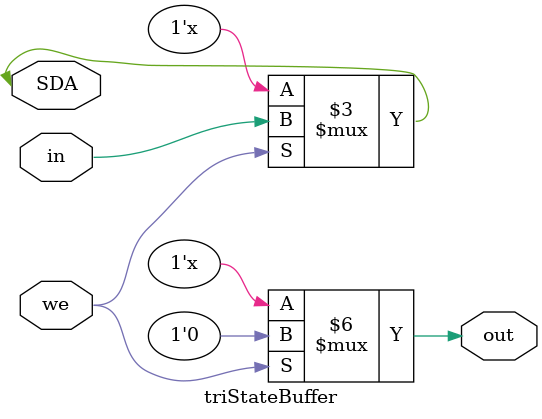
<source format=sv>
module triStateBuffer(input in, input we, output out, inout SDA);
	always_comb begin
		if (we) begin
			out <= 1'b0;
			SDA <= in;
		end
		else begin
			out <= SDA;
			SDA <= 1'bz;
		end
	end
endmodule
</source>
